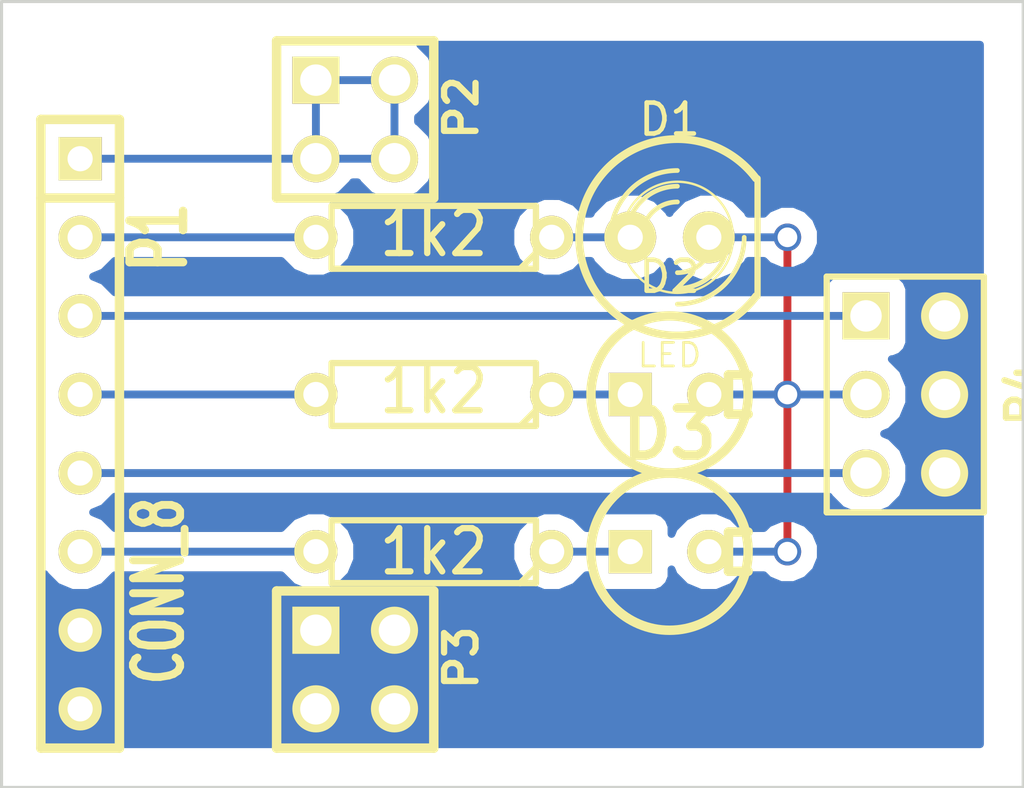
<source format=kicad_pcb>
(kicad_pcb (version 3) (host pcbnew "(2013-07-07 BZR 4022)-stable")

  (general
    (links 23)
    (no_connects 0)
    (area 108.502857 138.2 143.104286 165.2016)
    (thickness 1.6)
    (drawings 28)
    (tracks 22)
    (zones 0)
    (modules 10)
    (nets 12)
  )

  (page A3)
  (layers
    (15 F.Cu signal)
    (0 B.Cu signal)
    (16 B.Adhes user hide)
    (17 F.Adhes user hide)
    (18 B.Paste user hide)
    (19 F.Paste user hide)
    (20 B.SilkS user hide)
    (21 F.SilkS user hide)
    (22 B.Mask user hide)
    (23 F.Mask user hide)
    (24 Dwgs.User user hide)
    (25 Cmts.User user hide)
    (26 Eco1.User user hide)
    (27 Eco2.User user hide)
    (28 Edge.Cuts user)
  )

  (setup
    (last_trace_width 0.254)
    (trace_clearance 0.254)
    (zone_clearance 0.508)
    (zone_45_only yes)
    (trace_min 0.254)
    (segment_width 0.2)
    (edge_width 0.1)
    (via_size 0.889)
    (via_drill 0.635)
    (via_min_size 0.889)
    (via_min_drill 0.508)
    (uvia_size 0.508)
    (uvia_drill 0.127)
    (uvias_allowed no)
    (uvia_min_size 0.508)
    (uvia_min_drill 0.127)
    (pcb_text_width 0.3)
    (pcb_text_size 1.5 1.5)
    (mod_edge_width 0.15)
    (mod_text_size 1 1)
    (mod_text_width 0.15)
    (pad_size 1.5 1.5)
    (pad_drill 0.6)
    (pad_to_mask_clearance 0)
    (aux_axis_origin 0 0)
    (visible_elements 7FFFFFFF)
    (pcbplotparams
      (layerselection 302022657)
      (usegerberextensions true)
      (excludeedgelayer false)
      (linewidth 0.150000)
      (plotframeref false)
      (viasonmask false)
      (mode 1)
      (useauxorigin false)
      (hpglpennumber 1)
      (hpglpenspeed 20)
      (hpglpendiameter 15)
      (hpglpenoverlay 2)
      (psnegative false)
      (psa4output false)
      (plotreference true)
      (plotvalue true)
      (plotothertext true)
      (plotinvisibletext false)
      (padsonsilk false)
      (subtractmaskfromsilk false)
      (outputformat 1)
      (mirror false)
      (drillshape 0)
      (scaleselection 1)
      (outputdirectory gerber/))
  )

  (net 0 "")
  (net 1 "/Ext./Int. Trig. Switch")
  (net 2 "/Indicator 6")
  (net 3 "/Indicator 7 (Green)")
  (net 4 "/Indicator 7 (Red)")
  (net 5 /Interlock)
  (net 6 "/Laser Energy Monitor")
  (net 7 GND)
  (net 8 N-000001)
  (net 9 N-000002)
  (net 10 N-000003)
  (net 11 N-000004)

  (net_class Default "This is the default net class."
    (clearance 0.254)
    (trace_width 0.254)
    (via_dia 0.889)
    (via_drill 0.635)
    (uvia_dia 0.508)
    (uvia_drill 0.127)
    (add_net "")
    (add_net "/Ext./Int. Trig. Switch")
    (add_net "/Indicator 6")
    (add_net "/Indicator 7 (Green)")
    (add_net "/Indicator 7 (Red)")
    (add_net /Interlock)
    (add_net "/Laser Energy Monitor")
    (add_net GND)
    (add_net N-000001)
    (add_net N-000002)
    (add_net N-000003)
    (add_net N-000004)
  )

  (module LED-5MM (layer F.Cu) (tedit 50ADE86B) (tstamp 53CF8295)
    (at 130.81 147.32)
    (descr "LED 5mm - Lead pitch 100mil (2,54mm)")
    (tags "LED led 5mm 5MM 100mil 2,54mm")
    (path /53B41748)
    (fp_text reference D1 (at 0 -3.81) (layer F.SilkS)
      (effects (font (size 1 1) (thickness 0.15)))
    )
    (fp_text value LED (at 0 3.81) (layer F.SilkS)
      (effects (font (size 0.762 0.762) (thickness 0.0889)))
    )
    (fp_line (start 2.8448 1.905) (end 2.8448 -1.905) (layer F.SilkS) (width 0.2032))
    (fp_circle (center 0.254 0) (end -1.016 1.27) (layer F.SilkS) (width 0.0762))
    (fp_arc (start 0.254 0) (end 2.794 1.905) (angle 286.2) (layer F.SilkS) (width 0.254))
    (fp_arc (start 0.254 0) (end -0.889 0) (angle 90) (layer F.SilkS) (width 0.1524))
    (fp_arc (start 0.254 0) (end 1.397 0) (angle 90) (layer F.SilkS) (width 0.1524))
    (fp_arc (start 0.254 0) (end -1.397 0) (angle 90) (layer F.SilkS) (width 0.1524))
    (fp_arc (start 0.254 0) (end 1.905 0) (angle 90) (layer F.SilkS) (width 0.1524))
    (fp_arc (start 0.254 0) (end -1.905 0) (angle 90) (layer F.SilkS) (width 0.1524))
    (fp_arc (start 0.254 0) (end 2.413 0) (angle 90) (layer F.SilkS) (width 0.1524))
    (pad 1 thru_hole circle (at -1.27 0) (size 1.6764 1.6764) (drill 0.8128)
      (layers *.Cu *.Mask F.SilkS)
      (net 9 N-000002)
    )
    (pad 2 thru_hole circle (at 1.27 0) (size 1.6764 1.6764) (drill 0.8128)
      (layers *.Cu *.Mask F.SilkS)
      (net 10 N-000003)
    )
    (model discret/leds/led5_vertical_verde.wrl
      (at (xyz 0 0 0))
      (scale (xyz 1 1 1))
      (rotate (xyz 0 0 0))
    )
  )

  (module SIL-8 (layer F.Cu) (tedit 200000) (tstamp 53B56965)
    (at 111.76 153.67 270)
    (descr "Connecteur 8 pins")
    (tags "CONN DEV")
    (path /53B42301)
    (fp_text reference P1 (at -6.35 -2.54 270) (layer F.SilkS)
      (effects (font (size 1.72974 1.08712) (thickness 0.3048)))
    )
    (fp_text value CONN_8 (at 5.08 -2.54 270) (layer F.SilkS)
      (effects (font (size 1.524 1.016) (thickness 0.3048)))
    )
    (fp_line (start -10.16 -1.27) (end 10.16 -1.27) (layer F.SilkS) (width 0.3048))
    (fp_line (start 10.16 -1.27) (end 10.16 1.27) (layer F.SilkS) (width 0.3048))
    (fp_line (start 10.16 1.27) (end -10.16 1.27) (layer F.SilkS) (width 0.3048))
    (fp_line (start -10.16 1.27) (end -10.16 -1.27) (layer F.SilkS) (width 0.3048))
    (fp_line (start -7.62 1.27) (end -7.62 -1.27) (layer F.SilkS) (width 0.3048))
    (pad 1 thru_hole rect (at -8.89 0 270) (size 1.397 1.397) (drill 0.8128)
      (layers *.Cu *.Mask F.SilkS)
      (net 6 "/Laser Energy Monitor")
    )
    (pad 2 thru_hole circle (at -6.35 0 270) (size 1.397 1.397) (drill 0.8128)
      (layers *.Cu *.Mask F.SilkS)
      (net 3 "/Indicator 7 (Green)")
    )
    (pad 3 thru_hole circle (at -3.81 0 270) (size 1.397 1.397) (drill 0.8128)
      (layers *.Cu *.Mask F.SilkS)
      (net 5 /Interlock)
    )
    (pad 4 thru_hole circle (at -1.27 0 270) (size 1.397 1.397) (drill 0.8128)
      (layers *.Cu *.Mask F.SilkS)
      (net 4 "/Indicator 7 (Red)")
    )
    (pad 5 thru_hole circle (at 1.27 0 270) (size 1.397 1.397) (drill 0.8128)
      (layers *.Cu *.Mask F.SilkS)
      (net 1 "/Ext./Int. Trig. Switch")
    )
    (pad 6 thru_hole circle (at 3.81 0 270) (size 1.397 1.397) (drill 0.8128)
      (layers *.Cu *.Mask F.SilkS)
      (net 2 "/Indicator 6")
    )
    (pad 7 thru_hole circle (at 6.35 0 270) (size 1.397 1.397) (drill 0.8128)
      (layers *.Cu *.Mask F.SilkS)
      (net 7 GND)
    )
    (pad 8 thru_hole circle (at 8.89 0 270) (size 1.397 1.397) (drill 0.8128)
      (layers *.Cu *.Mask F.SilkS)
      (net 7 GND)
    )
  )

  (module R3 (layer F.Cu) (tedit 53B56D87) (tstamp 53B56973)
    (at 123.19 157.48 180)
    (descr "Resitance 3 pas")
    (tags R)
    (path /53B415B9)
    (autoplace_cost180 10)
    (fp_text reference R3 (at 0 0.127 180) (layer F.SilkS) hide
      (effects (font (size 1.397 1.27) (thickness 0.2032)))
    )
    (fp_text value 1k2 (at 0 0 180) (layer F.SilkS)
      (effects (font (size 1.397 1.27) (thickness 0.2032)))
    )
    (fp_line (start -3.81 0) (end -3.302 0) (layer F.SilkS) (width 0.2032))
    (fp_line (start 3.81 0) (end 3.302 0) (layer F.SilkS) (width 0.2032))
    (fp_line (start 3.302 0) (end 3.302 -1.016) (layer F.SilkS) (width 0.2032))
    (fp_line (start 3.302 -1.016) (end -3.302 -1.016) (layer F.SilkS) (width 0.2032))
    (fp_line (start -3.302 -1.016) (end -3.302 1.016) (layer F.SilkS) (width 0.2032))
    (fp_line (start -3.302 1.016) (end 3.302 1.016) (layer F.SilkS) (width 0.2032))
    (fp_line (start 3.302 1.016) (end 3.302 0) (layer F.SilkS) (width 0.2032))
    (fp_line (start -3.302 -0.508) (end -2.794 -1.016) (layer F.SilkS) (width 0.2032))
    (pad 1 thru_hole circle (at -3.81 0 180) (size 1.397 1.397) (drill 0.8128)
      (layers *.Cu *.Mask F.SilkS)
      (net 11 N-000004)
    )
    (pad 2 thru_hole circle (at 3.81 0 180) (size 1.397 1.397) (drill 0.8128)
      (layers *.Cu *.Mask F.SilkS)
      (net 2 "/Indicator 6")
    )
    (model discret/resistor.wrl
      (at (xyz 0 0 0))
      (scale (xyz 0.3 0.3 0.3))
      (rotate (xyz 0 0 0))
    )
  )

  (module R3 (layer F.Cu) (tedit 4E4C0E65) (tstamp 53B56981)
    (at 123.19 152.4 180)
    (descr "Resitance 3 pas")
    (tags R)
    (path /53B416AE)
    (autoplace_cost180 10)
    (fp_text reference R2 (at 0 0.127 180) (layer F.SilkS) hide
      (effects (font (size 1.397 1.27) (thickness 0.2032)))
    )
    (fp_text value 1k2 (at 0 0.127 180) (layer F.SilkS)
      (effects (font (size 1.397 1.27) (thickness 0.2032)))
    )
    (fp_line (start -3.81 0) (end -3.302 0) (layer F.SilkS) (width 0.2032))
    (fp_line (start 3.81 0) (end 3.302 0) (layer F.SilkS) (width 0.2032))
    (fp_line (start 3.302 0) (end 3.302 -1.016) (layer F.SilkS) (width 0.2032))
    (fp_line (start 3.302 -1.016) (end -3.302 -1.016) (layer F.SilkS) (width 0.2032))
    (fp_line (start -3.302 -1.016) (end -3.302 1.016) (layer F.SilkS) (width 0.2032))
    (fp_line (start -3.302 1.016) (end 3.302 1.016) (layer F.SilkS) (width 0.2032))
    (fp_line (start 3.302 1.016) (end 3.302 0) (layer F.SilkS) (width 0.2032))
    (fp_line (start -3.302 -0.508) (end -2.794 -1.016) (layer F.SilkS) (width 0.2032))
    (pad 1 thru_hole circle (at -3.81 0 180) (size 1.397 1.397) (drill 0.8128)
      (layers *.Cu *.Mask F.SilkS)
      (net 8 N-000001)
    )
    (pad 2 thru_hole circle (at 3.81 0 180) (size 1.397 1.397) (drill 0.8128)
      (layers *.Cu *.Mask F.SilkS)
      (net 4 "/Indicator 7 (Red)")
    )
    (model discret/resistor.wrl
      (at (xyz 0 0 0))
      (scale (xyz 0.3 0.3 0.3))
      (rotate (xyz 0 0 0))
    )
  )

  (module R3 (layer F.Cu) (tedit 4E4C0E65) (tstamp 53B5698F)
    (at 123.19 147.32 180)
    (descr "Resitance 3 pas")
    (tags R)
    (path /53B416BE)
    (autoplace_cost180 10)
    (fp_text reference R1 (at 0 0.127 180) (layer F.SilkS) hide
      (effects (font (size 1.397 1.27) (thickness 0.2032)))
    )
    (fp_text value 1k2 (at 0 0.127 180) (layer F.SilkS)
      (effects (font (size 1.397 1.27) (thickness 0.2032)))
    )
    (fp_line (start -3.81 0) (end -3.302 0) (layer F.SilkS) (width 0.2032))
    (fp_line (start 3.81 0) (end 3.302 0) (layer F.SilkS) (width 0.2032))
    (fp_line (start 3.302 0) (end 3.302 -1.016) (layer F.SilkS) (width 0.2032))
    (fp_line (start 3.302 -1.016) (end -3.302 -1.016) (layer F.SilkS) (width 0.2032))
    (fp_line (start -3.302 -1.016) (end -3.302 1.016) (layer F.SilkS) (width 0.2032))
    (fp_line (start -3.302 1.016) (end 3.302 1.016) (layer F.SilkS) (width 0.2032))
    (fp_line (start 3.302 1.016) (end 3.302 0) (layer F.SilkS) (width 0.2032))
    (fp_line (start -3.302 -0.508) (end -2.794 -1.016) (layer F.SilkS) (width 0.2032))
    (pad 1 thru_hole circle (at -3.81 0 180) (size 1.397 1.397) (drill 0.8128)
      (layers *.Cu *.Mask F.SilkS)
      (net 9 N-000002)
    )
    (pad 2 thru_hole circle (at 3.81 0 180) (size 1.397 1.397) (drill 0.8128)
      (layers *.Cu *.Mask F.SilkS)
      (net 3 "/Indicator 7 (Green)")
    )
    (model discret/resistor.wrl
      (at (xyz 0 0 0))
      (scale (xyz 0.3 0.3 0.3))
      (rotate (xyz 0 0 0))
    )
  )

  (module pin_array_3x2 (layer F.Cu) (tedit 42931587) (tstamp 53B5699D)
    (at 138.43 152.4 270)
    (descr "Double rangee de contacts 2 x 4 pins")
    (tags CONN)
    (path /53B50A6A)
    (fp_text reference P4 (at 0 -3.81 270) (layer F.SilkS)
      (effects (font (size 1.016 1.016) (thickness 0.2032)))
    )
    (fp_text value CONN_3X2 (at 0 3.81 270) (layer F.SilkS) hide
      (effects (font (size 1.016 1.016) (thickness 0.2032)))
    )
    (fp_line (start 3.81 2.54) (end -3.81 2.54) (layer F.SilkS) (width 0.2032))
    (fp_line (start -3.81 -2.54) (end 3.81 -2.54) (layer F.SilkS) (width 0.2032))
    (fp_line (start 3.81 -2.54) (end 3.81 2.54) (layer F.SilkS) (width 0.2032))
    (fp_line (start -3.81 2.54) (end -3.81 -2.54) (layer F.SilkS) (width 0.2032))
    (pad 1 thru_hole rect (at -2.54 1.27 270) (size 1.524 1.524) (drill 1.016)
      (layers *.Cu *.Mask F.SilkS)
      (net 5 /Interlock)
    )
    (pad 2 thru_hole circle (at -2.54 -1.27 270) (size 1.524 1.524) (drill 1.016)
      (layers *.Cu *.Mask F.SilkS)
      (net 7 GND)
    )
    (pad 3 thru_hole circle (at 0 1.27 270) (size 1.524 1.524) (drill 1.016)
      (layers *.Cu *.Mask F.SilkS)
      (net 10 N-000003)
    )
    (pad 4 thru_hole circle (at 0 -1.27 270) (size 1.524 1.524) (drill 1.016)
      (layers *.Cu *.Mask F.SilkS)
      (net 7 GND)
    )
    (pad 5 thru_hole circle (at 2.54 1.27 270) (size 1.524 1.524) (drill 1.016)
      (layers *.Cu *.Mask F.SilkS)
      (net 1 "/Ext./Int. Trig. Switch")
    )
    (pad 6 thru_hole circle (at 2.54 -1.27 270) (size 1.524 1.524) (drill 1.016)
      (layers *.Cu *.Mask F.SilkS)
      (net 7 GND)
    )
    (model pin_array/pins_array_3x2.wrl
      (at (xyz 0 0 0))
      (scale (xyz 1 1 1))
      (rotate (xyz 0 0 0))
    )
  )

  (module PIN_ARRAY_2X2 (layer F.Cu) (tedit 3FAB87D4) (tstamp 53B569A9)
    (at 120.65 161.29 270)
    (descr "Double rangee de contacts 2 x 2 pins")
    (tags CONN)
    (path /53B55EDA)
    (fp_text reference P3 (at -0.381 -3.429 270) (layer F.SilkS)
      (effects (font (size 1.016 1.016) (thickness 0.2032)))
    )
    (fp_text value CONN_2X2 (at 0 3.048 270) (layer F.SilkS) hide
      (effects (font (size 1.016 1.016) (thickness 0.2032)))
    )
    (fp_line (start -2.54 -2.54) (end 2.54 -2.54) (layer F.SilkS) (width 0.3048))
    (fp_line (start 2.54 -2.54) (end 2.54 2.54) (layer F.SilkS) (width 0.3048))
    (fp_line (start 2.54 2.54) (end -2.54 2.54) (layer F.SilkS) (width 0.3048))
    (fp_line (start -2.54 2.54) (end -2.54 -2.54) (layer F.SilkS) (width 0.3048))
    (pad 1 thru_hole rect (at -1.27 1.27 270) (size 1.524 1.524) (drill 1.016)
      (layers *.Cu *.Mask F.SilkS)
      (net 7 GND)
    )
    (pad 2 thru_hole circle (at -1.27 -1.27 270) (size 1.524 1.524) (drill 1.016)
      (layers *.Cu *.Mask F.SilkS)
      (net 7 GND)
    )
    (pad 3 thru_hole circle (at 1.27 1.27 270) (size 1.524 1.524) (drill 1.016)
      (layers *.Cu *.Mask F.SilkS)
      (net 7 GND)
    )
    (pad 4 thru_hole circle (at 1.27 -1.27 270) (size 1.524 1.524) (drill 1.016)
      (layers *.Cu *.Mask F.SilkS)
      (net 7 GND)
    )
    (model pin_array/pins_array_2x2.wrl
      (at (xyz 0 0 0))
      (scale (xyz 1 1 1))
      (rotate (xyz 0 0 0))
    )
  )

  (module PIN_ARRAY_2X2 (layer F.Cu) (tedit 3FAB87D4) (tstamp 53B569B5)
    (at 120.65 143.51 270)
    (descr "Double rangee de contacts 2 x 2 pins")
    (tags CONN)
    (path /53B55EE9)
    (fp_text reference P2 (at -0.381 -3.429 270) (layer F.SilkS)
      (effects (font (size 1.016 1.016) (thickness 0.2032)))
    )
    (fp_text value CONN_2X2 (at 0 3.048 270) (layer F.SilkS) hide
      (effects (font (size 1.016 1.016) (thickness 0.2032)))
    )
    (fp_line (start -2.54 -2.54) (end 2.54 -2.54) (layer F.SilkS) (width 0.3048))
    (fp_line (start 2.54 -2.54) (end 2.54 2.54) (layer F.SilkS) (width 0.3048))
    (fp_line (start 2.54 2.54) (end -2.54 2.54) (layer F.SilkS) (width 0.3048))
    (fp_line (start -2.54 2.54) (end -2.54 -2.54) (layer F.SilkS) (width 0.3048))
    (pad 1 thru_hole rect (at -1.27 1.27 270) (size 1.524 1.524) (drill 1.016)
      (layers *.Cu *.Mask F.SilkS)
      (net 6 "/Laser Energy Monitor")
    )
    (pad 2 thru_hole circle (at -1.27 -1.27 270) (size 1.524 1.524) (drill 1.016)
      (layers *.Cu *.Mask F.SilkS)
      (net 6 "/Laser Energy Monitor")
    )
    (pad 3 thru_hole circle (at 1.27 1.27 270) (size 1.524 1.524) (drill 1.016)
      (layers *.Cu *.Mask F.SilkS)
      (net 6 "/Laser Energy Monitor")
    )
    (pad 4 thru_hole circle (at 1.27 -1.27 270) (size 1.524 1.524) (drill 1.016)
      (layers *.Cu *.Mask F.SilkS)
      (net 6 "/Laser Energy Monitor")
    )
    (model pin_array/pins_array_2x2.wrl
      (at (xyz 0 0 0))
      (scale (xyz 1 1 1))
      (rotate (xyz 0 0 0))
    )
  )

  (module LEDV (layer F.Cu) (tedit 200000) (tstamp 53B569C9)
    (at 130.81 152.4)
    (descr "Led verticale diam 6mm")
    (tags "LED DEV")
    (path /53B41757)
    (fp_text reference D2 (at 0 -3.81) (layer F.SilkS)
      (effects (font (size 1 1) (thickness 0.15)))
    )
    (fp_text value LED (at 0 -3.81) (layer F.SilkS) hide
      (effects (font (size 1.524 1.524) (thickness 0.3048)))
    )
    (fp_circle (center 0 0) (end -2.54 0) (layer F.SilkS) (width 0.3048))
    (fp_line (start 2.54 -0.635) (end 1.905 -0.635) (layer F.SilkS) (width 0.3048))
    (fp_line (start 1.905 -0.635) (end 1.905 0.635) (layer F.SilkS) (width 0.3048))
    (fp_line (start 1.905 0.635) (end 2.54 0.635) (layer F.SilkS) (width 0.3048))
    (pad 1 thru_hole rect (at -1.27 0) (size 1.397 1.397) (drill 0.8128)
      (layers *.Cu *.Mask F.SilkS)
      (net 8 N-000001)
    )
    (pad 2 thru_hole circle (at 1.27 0) (size 1.397 1.397) (drill 0.8128)
      (layers *.Cu *.Mask F.SilkS)
      (net 10 N-000003)
    )
    (model discret/led5_vertical.wrl
      (at (xyz 0 0 0))
      (scale (xyz 1 1 1))
      (rotate (xyz 0 0 0))
    )
  )

  (module LEDV (layer F.Cu) (tedit 200000) (tstamp 53B569D3)
    (at 130.81 157.48)
    (descr "Led verticale diam 6mm")
    (tags "LED DEV")
    (path /53B41766)
    (fp_text reference D3 (at 0 -3.81) (layer F.SilkS)
      (effects (font (size 1.524 1.524) (thickness 0.3048)))
    )
    (fp_text value LED (at 0 -3.81) (layer F.SilkS) hide
      (effects (font (size 1.524 1.524) (thickness 0.3048)))
    )
    (fp_circle (center 0 0) (end -2.54 0) (layer F.SilkS) (width 0.3048))
    (fp_line (start 2.54 -0.635) (end 1.905 -0.635) (layer F.SilkS) (width 0.3048))
    (fp_line (start 1.905 -0.635) (end 1.905 0.635) (layer F.SilkS) (width 0.3048))
    (fp_line (start 1.905 0.635) (end 2.54 0.635) (layer F.SilkS) (width 0.3048))
    (pad 1 thru_hole rect (at -1.27 0) (size 1.397 1.397) (drill 0.8128)
      (layers *.Cu *.Mask F.SilkS)
      (net 11 N-000004)
    )
    (pad 2 thru_hole circle (at 1.27 0) (size 1.397 1.397) (drill 0.8128)
      (layers *.Cu *.Mask F.SilkS)
      (net 10 N-000003)
    )
    (model discret/led5_vertical.wrl
      (at (xyz 0 0 0))
      (scale (xyz 1 1 1))
      (rotate (xyz 0 0 0))
    )
  )

  (gr_line (start 133.35 144.78) (end 133.35 154.94) (angle 90) (layer Cmts.User) (width 0.2))
  (gr_line (start 128.27 144.78) (end 133.35 144.78) (angle 90) (layer Cmts.User) (width 0.2))
  (gr_line (start 128.27 160.02) (end 128.27 144.78) (angle 90) (layer Cmts.User) (width 0.2))
  (gr_line (start 128.27 154.94) (end 128.27 160.02) (angle 90) (layer Cmts.User) (width 0.2))
  (gr_line (start 133.35 154.94) (end 128.27 154.94) (angle 90) (layer Cmts.User) (width 0.2))
  (gr_line (start 133.35 160.02) (end 133.35 154.94) (angle 90) (layer Cmts.User) (width 0.2))
  (gr_line (start 128.27 160.02) (end 133.35 160.02) (angle 90) (layer Cmts.User) (width 0.2))
  (gr_text I7 (at 134.62 149.86 270) (layer Cmts.User)
    (effects (font (size 1.5 1.5) (thickness 0.3)))
  )
  (gr_text I6 (at 134.62 157.48 270) (layer Cmts.User)
    (effects (font (size 1.5 1.5) (thickness 0.3)))
  )
  (gr_text 8 (at 114.3 162.56 270) (layer Cmts.User)
    (effects (font (size 1.5 1.5) (thickness 0.3)))
  )
  (gr_text 7 (at 114.3 160.02 270) (layer Cmts.User)
    (effects (font (size 1.5 1.5) (thickness 0.3)))
  )
  (gr_text 6 (at 114.3 157.48 270) (layer Cmts.User)
    (effects (font (size 1.5 1.5) (thickness 0.3)))
  )
  (gr_text 5 (at 114.3 154.94 270) (layer Cmts.User)
    (effects (font (size 1.5 1.5) (thickness 0.3)))
  )
  (gr_text 4 (at 114.3 152.4 270) (layer Cmts.User)
    (effects (font (size 1.5 1.5) (thickness 0.3)))
  )
  (gr_text 3 (at 114.3 149.86 270) (layer Cmts.User)
    (effects (font (size 1.5 1.5) (thickness 0.3)))
  )
  (gr_text 2 (at 114.3 147.32 270) (layer Cmts.User)
    (effects (font (size 1.5 1.5) (thickness 0.3)))
  )
  (gr_text 1 (at 114.3 144.78 270) (layer Cmts.User)
    (effects (font (size 1.5 1.5) (thickness 0.3)))
  )
  (gr_text CONN (at 111.76 139.7 270) (layer Cmts.User)
    (effects (font (size 1.5 1.5) (thickness 0.3)))
  )
  (gr_text 3 (at 142.24 154.94 270) (layer Cmts.User)
    (effects (font (size 1.5 1.5) (thickness 0.3)))
  )
  (gr_text 2 (at 142.24 152.4 270) (layer Cmts.User)
    (effects (font (size 1.5 1.5) (thickness 0.3)))
  )
  (gr_text 1 (at 142.24 149.86 270) (layer Cmts.User)
    (effects (font (size 1.5 1.5) (thickness 0.3)))
  )
  (gr_text P2 (at 124.46 161.29 270) (layer Cmts.User)
    (effects (font (size 1.5 1.5) (thickness 0.3)))
  )
  (gr_text P1 (at 124.46 143.51 270) (layer Cmts.User)
    (effects (font (size 1.5 1.5) (thickness 0.3)))
  )
  (gr_text SW (at 138.43 146.05 270) (layer Cmts.User)
    (effects (font (size 1.5 1.5) (thickness 0.3)))
  )
  (gr_line (start 109.22 165.1) (end 109.22 139.7) (angle 90) (layer Edge.Cuts) (width 0.1))
  (gr_line (start 142.24 165.1) (end 109.22 165.1) (angle 90) (layer Edge.Cuts) (width 0.1))
  (gr_line (start 142.24 139.7) (end 142.24 165.1) (angle 90) (layer Edge.Cuts) (width 0.1))
  (gr_line (start 109.22 139.7) (end 142.24 139.7) (angle 90) (layer Edge.Cuts) (width 0.1))

  (segment (start 111.76 154.94) (end 137.16 154.94) (width 0.254) (layer B.Cu) (net 1))
  (segment (start 111.76 157.48) (end 119.38 157.48) (width 0.254) (layer B.Cu) (net 2))
  (segment (start 111.76 147.32) (end 119.38 147.32) (width 0.254) (layer B.Cu) (net 3))
  (segment (start 111.76 152.4) (end 119.38 152.4) (width 0.254) (layer B.Cu) (net 4))
  (segment (start 111.76 149.86) (end 137.16 149.86) (width 0.254) (layer B.Cu) (net 5))
  (segment (start 111.76 144.78) (end 119.38 144.78) (width 0.254) (layer B.Cu) (net 6))
  (segment (start 119.38 144.78) (end 119.38 142.24) (width 0.254) (layer B.Cu) (net 6) (tstamp 53B573F9))
  (segment (start 119.38 142.24) (end 121.92 142.24) (width 0.254) (layer B.Cu) (net 6) (tstamp 53B573FA))
  (segment (start 121.92 142.24) (end 121.92 144.78) (width 0.254) (layer B.Cu) (net 6) (tstamp 53B573FB))
  (segment (start 121.92 144.78) (end 119.38 144.78) (width 0.254) (layer B.Cu) (net 6) (tstamp 53B573FC))
  (segment (start 127 152.4) (end 129.54 152.4) (width 0.254) (layer B.Cu) (net 8))
  (segment (start 127 147.32) (end 129.54 147.32) (width 0.254) (layer B.Cu) (net 9))
  (segment (start 132.08 147.32) (end 134.62 147.32) (width 0.254) (layer B.Cu) (net 10))
  (segment (start 134.62 147.32) (end 134.62 152.4) (width 0.254) (layer F.Cu) (net 10) (tstamp 53B57906))
  (via (at 134.62 147.32) (size 0.889) (layers F.Cu B.Cu) (net 10))
  (segment (start 132.08 157.48) (end 134.62 157.48) (width 0.254) (layer B.Cu) (net 10))
  (via (at 134.62 152.4) (size 0.889) (layers F.Cu B.Cu) (net 10))
  (segment (start 134.62 157.48) (end 134.62 152.4) (width 0.254) (layer F.Cu) (net 10) (tstamp 53B578E8))
  (via (at 134.62 157.48) (size 0.889) (layers F.Cu B.Cu) (net 10))
  (segment (start 137.16 152.4) (end 134.62 152.4) (width 0.254) (layer B.Cu) (net 10))
  (segment (start 134.62 152.4) (end 132.08 152.4) (width 0.254) (layer B.Cu) (net 10))
  (segment (start 129.54 157.48) (end 127 157.48) (width 0.254) (layer B.Cu) (net 11))

  (zone (net 7) (net_name GND) (layer B.Cu) (tstamp 53CF854C) (hatch edge 0.508)
    (connect_pads yes (clearance 0.508))
    (min_thickness 0.254)
    (fill (arc_segments 16) (thermal_gap 0.508) (thermal_bridge_width 0.508))
    (polygon
      (pts
        (xy 140.97 140.97) (xy 140.97 163.83) (xy 110.49 163.83) (xy 110.49 140.97)
      )
    )
    (filled_polygon
      (pts
        (xy 140.843 163.703) (xy 135.699687 163.703) (xy 135.699687 157.266216) (xy 135.535689 156.869311) (xy 135.232286 156.565378)
        (xy 134.835668 156.400687) (xy 134.406216 156.400313) (xy 134.009311 156.564311) (xy 133.855353 156.718) (xy 133.203538 156.718)
        (xy 132.836353 156.350174) (xy 132.346413 156.146733) (xy 131.815914 156.14627) (xy 131.32562 156.348855) (xy 130.950174 156.723647)
        (xy 130.87361 156.908033) (xy 130.87361 156.655745) (xy 130.777141 156.422271) (xy 130.598668 156.243487) (xy 130.365364 156.146611)
        (xy 130.112745 156.14639) (xy 128.715745 156.14639) (xy 128.482271 156.242859) (xy 128.303487 156.421332) (xy 128.206611 156.654636)
        (xy 128.206555 156.718) (xy 128.123538 156.718) (xy 127.756353 156.350174) (xy 127.266413 156.146733) (xy 126.735914 156.14627)
        (xy 126.24562 156.348855) (xy 125.870174 156.723647) (xy 125.666733 157.213587) (xy 125.66627 157.744086) (xy 125.868855 158.23438)
        (xy 126.243647 158.609826) (xy 126.733587 158.813267) (xy 127.264086 158.81373) (xy 127.75438 158.611145) (xy 128.124169 158.242)
        (xy 128.20639 158.242) (xy 128.20639 158.304255) (xy 128.302859 158.537729) (xy 128.481332 158.716513) (xy 128.714636 158.813389)
        (xy 128.967255 158.81361) (xy 130.364255 158.81361) (xy 130.597729 158.717141) (xy 130.776513 158.538668) (xy 130.873389 158.305364)
        (xy 130.87361 158.052745) (xy 130.87361 158.052272) (xy 130.948855 158.23438) (xy 131.323647 158.609826) (xy 131.813587 158.813267)
        (xy 132.344086 158.81373) (xy 132.83438 158.611145) (xy 133.204169 158.242) (xy 133.855358 158.242) (xy 134.007714 158.394622)
        (xy 134.404332 158.559313) (xy 134.833784 158.559687) (xy 135.230689 158.395689) (xy 135.534622 158.092286) (xy 135.699313 157.695668)
        (xy 135.699687 157.266216) (xy 135.699687 163.703) (xy 110.617 163.703) (xy 110.617 158.205688) (xy 110.628855 158.23438)
        (xy 111.003647 158.609826) (xy 111.493587 158.813267) (xy 112.024086 158.81373) (xy 112.51438 158.611145) (xy 112.884169 158.242)
        (xy 118.256461 158.242) (xy 118.623647 158.609826) (xy 119.113587 158.813267) (xy 119.644086 158.81373) (xy 120.13438 158.611145)
        (xy 120.509826 158.236353) (xy 120.713267 157.746413) (xy 120.71373 157.215914) (xy 120.511145 156.72562) (xy 120.136353 156.350174)
        (xy 119.646413 156.146733) (xy 119.115914 156.14627) (xy 118.62562 156.348855) (xy 118.25583 156.718) (xy 112.883538 156.718)
        (xy 112.516353 156.350174) (xy 112.178551 156.209906) (xy 112.51438 156.071145) (xy 112.884169 155.702) (xy 135.963296 155.702)
        (xy 135.974991 155.730303) (xy 136.36763 156.123628) (xy 136.880901 156.336756) (xy 137.436661 156.337241) (xy 137.950303 156.125009)
        (xy 138.343628 155.73237) (xy 138.556756 155.219099) (xy 138.557241 154.663339) (xy 138.345009 154.149697) (xy 137.95237 153.756372)
        (xy 137.744485 153.67005) (xy 137.950303 153.585009) (xy 138.343628 153.19237) (xy 138.556756 152.679099) (xy 138.557241 152.123339)
        (xy 138.345009 151.609697) (xy 137.993036 151.25711) (xy 138.047755 151.25711) (xy 138.281229 151.160641) (xy 138.460013 150.982168)
        (xy 138.556889 150.748864) (xy 138.55711 150.496245) (xy 138.55711 148.972245) (xy 138.460641 148.738771) (xy 138.282168 148.559987)
        (xy 138.048864 148.463111) (xy 137.796245 148.46289) (xy 136.272245 148.46289) (xy 136.038771 148.559359) (xy 135.859987 148.737832)
        (xy 135.763111 148.971136) (xy 135.763 149.098) (xy 135.699687 149.098) (xy 135.699687 147.106216) (xy 135.535689 146.709311)
        (xy 135.232286 146.405378) (xy 134.835668 146.240687) (xy 134.406216 146.240313) (xy 134.009311 146.404311) (xy 133.855353 146.558)
        (xy 133.359151 146.558) (xy 133.329646 146.48659) (xy 132.91559 146.071811) (xy 132.374323 145.847057) (xy 131.788248 145.846546)
        (xy 131.24659 146.070354) (xy 130.831811 146.48441) (xy 130.810224 146.536394) (xy 130.789646 146.48659) (xy 130.37559 146.071811)
        (xy 129.834323 145.847057) (xy 129.248248 145.846546) (xy 128.70659 146.070354) (xy 128.291811 146.48441) (xy 128.261253 146.558)
        (xy 128.123538 146.558) (xy 127.756353 146.190174) (xy 127.266413 145.986733) (xy 126.735914 145.98627) (xy 126.24562 146.188855)
        (xy 125.870174 146.563647) (xy 125.666733 147.053587) (xy 125.66627 147.584086) (xy 125.868855 148.07438) (xy 126.243647 148.449826)
        (xy 126.733587 148.653267) (xy 127.264086 148.65373) (xy 127.75438 148.451145) (xy 128.124169 148.082) (xy 128.260848 148.082)
        (xy 128.290354 148.15341) (xy 128.70441 148.568189) (xy 129.245677 148.792943) (xy 129.831752 148.793454) (xy 130.37341 148.569646)
        (xy 130.788189 148.15559) (xy 130.809775 148.103605) (xy 130.830354 148.15341) (xy 131.24441 148.568189) (xy 131.785677 148.792943)
        (xy 132.371752 148.793454) (xy 132.91341 148.569646) (xy 133.328189 148.15559) (xy 133.358746 148.082) (xy 133.855358 148.082)
        (xy 134.007714 148.234622) (xy 134.404332 148.399313) (xy 134.833784 148.399687) (xy 135.230689 148.235689) (xy 135.534622 147.932286)
        (xy 135.699313 147.535668) (xy 135.699687 147.106216) (xy 135.699687 149.098) (xy 112.883538 149.098) (xy 112.516353 148.730174)
        (xy 112.178551 148.589906) (xy 112.51438 148.451145) (xy 112.884169 148.082) (xy 118.256461 148.082) (xy 118.623647 148.449826)
        (xy 119.113587 148.653267) (xy 119.644086 148.65373) (xy 120.13438 148.451145) (xy 120.509826 148.076353) (xy 120.713267 147.586413)
        (xy 120.71373 147.055914) (xy 120.511145 146.56562) (xy 120.136353 146.190174) (xy 119.881487 146.084344) (xy 120.170303 145.965009)
        (xy 120.563628 145.57237) (xy 120.576238 145.542) (xy 120.723296 145.542) (xy 120.734991 145.570303) (xy 121.12763 145.963628)
        (xy 121.640901 146.176756) (xy 122.196661 146.177241) (xy 122.710303 145.965009) (xy 123.103628 145.57237) (xy 123.316756 145.059099)
        (xy 123.317241 144.503339) (xy 123.105009 143.989697) (xy 122.71237 143.596372) (xy 122.682 143.583761) (xy 122.682 143.436703)
        (xy 122.710303 143.425009) (xy 123.103628 143.03237) (xy 123.316756 142.519099) (xy 123.317241 141.963339) (xy 123.105009 141.449697)
        (xy 122.752927 141.097) (xy 140.843 141.097) (xy 140.843 163.703)
      )
    )
  )
)

</source>
